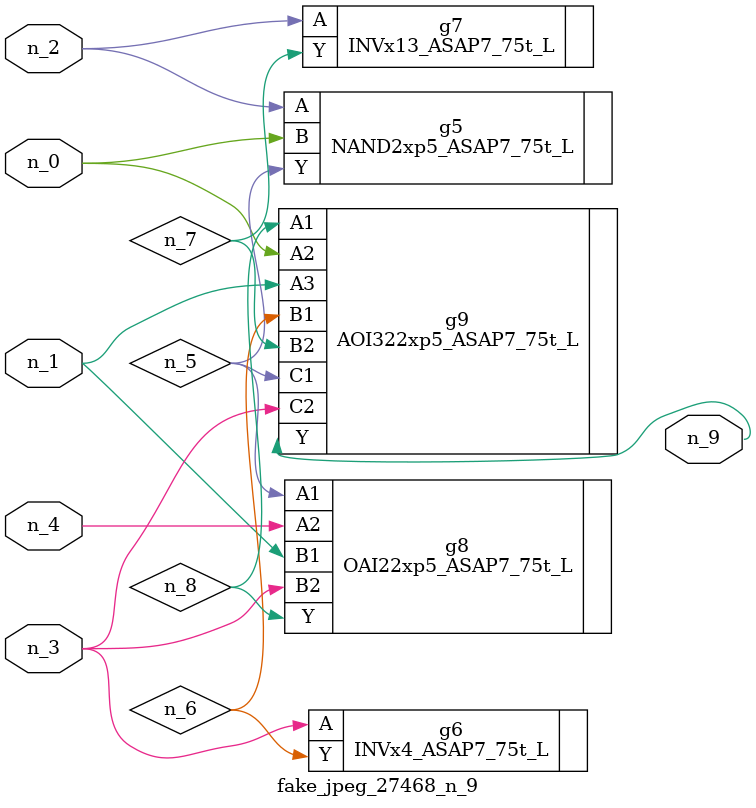
<source format=v>
module fake_jpeg_27468_n_9 (n_3, n_2, n_1, n_0, n_4, n_9);

input n_3;
input n_2;
input n_1;
input n_0;
input n_4;

output n_9;

wire n_8;
wire n_6;
wire n_5;
wire n_7;

NAND2xp5_ASAP7_75t_L g5 ( 
.A(n_2),
.B(n_0),
.Y(n_5)
);

INVx4_ASAP7_75t_L g6 ( 
.A(n_3),
.Y(n_6)
);

INVx13_ASAP7_75t_L g7 ( 
.A(n_2),
.Y(n_7)
);

OAI22xp5_ASAP7_75t_L g8 ( 
.A1(n_5),
.A2(n_4),
.B1(n_1),
.B2(n_3),
.Y(n_8)
);

AOI322xp5_ASAP7_75t_L g9 ( 
.A1(n_8),
.A2(n_0),
.A3(n_1),
.B1(n_6),
.B2(n_7),
.C1(n_5),
.C2(n_3),
.Y(n_9)
);


endmodule
</source>
